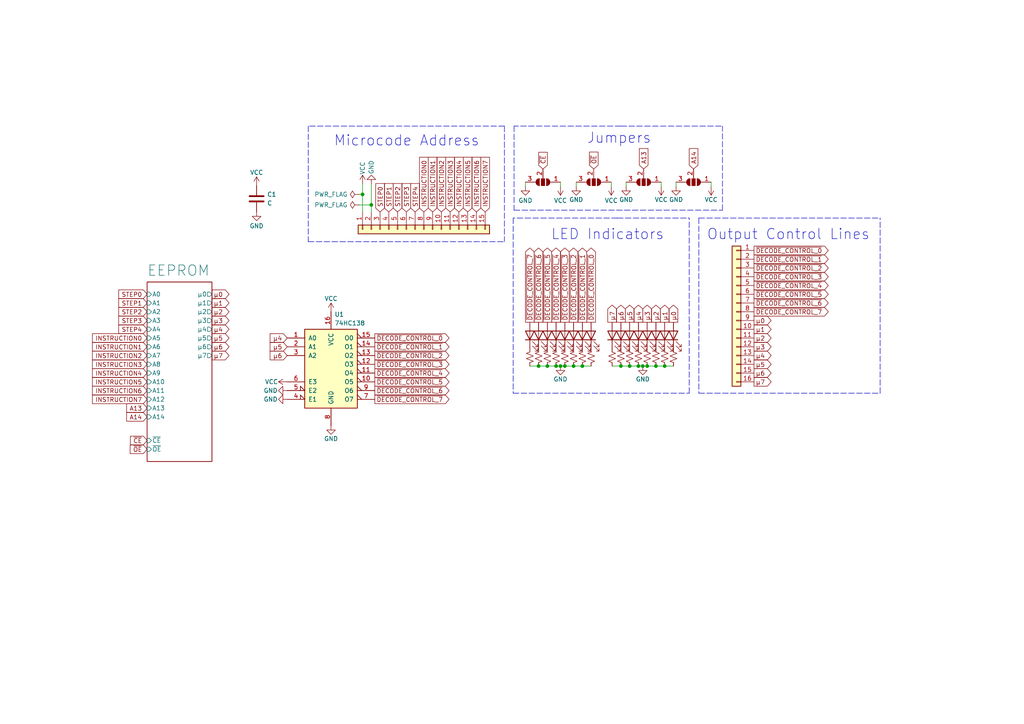
<source format=kicad_sch>
(kicad_sch (version 20211123) (generator eeschema)
  (paper "A4")
  (lib_symbols
    (symbol "74xx:74LS138" (pin_names (offset 1.016))
      (property "Reference" "U" (at -7.62 11.43 0))
      (property "Value" "74LS138" (at -7.62 -13.97 0))
      (symbol "74LS138_1_0"
        (pin input line (at -12.7 7.62 0) (length 5.08) (name "A0") (number "1"))
        (pin output output_low (at 12.7 -5.08 180) (length 5.08) (name "O5") (number "10"))
        (pin output output_low (at 12.7 -2.54 180) (length 5.08) (name "O4") (number "11"))
        (pin output output_low (at 12.7 0 180) (length 5.08) (name "O3") (number "12"))
        (pin output output_low (at 12.7 2.54 180) (length 5.08) (name "O2") (number "13"))
        (pin output output_low (at 12.7 5.08 180) (length 5.08) (name "O1") (number "14"))
        (pin output output_low (at 12.7 7.62 180) (length 5.08) (name "O0") (number "15"))
        (pin power_in line (at 0 15.24 270) (length 5.08) (name "VCC") (number "16"))
        (pin input line (at -12.7 5.08 0) (length 5.08) (name "A1") (number "2"))
        (pin input line (at -12.7 2.54 0) (length 5.08) (name "A2") (number "3"))
        (pin input input_low (at -12.7 -10.16 0) (length 5.08) (name "E1") (number "4"))
        (pin input input_low (at -12.7 -7.62 0) (length 5.08) (name "E2") (number "5"))
        (pin input line (at -12.7 -5.08 0) (length 5.08) (name "E3") (number "6"))
        (pin output output_low (at 12.7 -10.16 180) (length 5.08) (name "O7") (number "7"))
        (pin power_in line (at 0 -17.78 90) (length 5.08) (name "GND") (number "8"))
        (pin output output_low (at 12.7 -7.62 180) (length 5.08) (name "O6") (number "9"))
      )
      (symbol "74LS138_1_1"
        (rectangle (start -7.62 10.16) (end 7.62 -12.7) (stroke (width 0.254)) (fill (type background)))
      )
    )
    (symbol "Connector_Generic:Conn_01x15" (pin_names (offset 1.016) hide)
      (property "Reference" "J" (at 0 20.32 0))
      (property "Value" "Conn_01x15" (at 0 -20.32 0))
      (symbol "Conn_01x15_1_1"
        (rectangle (start -1.27 -17.653) (end 0 -17.907) (stroke (width 0.1524)))
        (rectangle (start -1.27 -15.113) (end 0 -15.367) (stroke (width 0.1524)))
        (rectangle (start -1.27 -12.573) (end 0 -12.827) (stroke (width 0.1524)))
        (rectangle (start -1.27 -10.033) (end 0 -10.287) (stroke (width 0.1524)))
        (rectangle (start -1.27 -7.493) (end 0 -7.747) (stroke (width 0.1524)))
        (rectangle (start -1.27 -4.953) (end 0 -5.207) (stroke (width 0.1524)))
        (rectangle (start -1.27 -2.413) (end 0 -2.667) (stroke (width 0.1524)))
        (rectangle (start -1.27 0.127) (end 0 -0.127) (stroke (width 0.1524)))
        (rectangle (start -1.27 2.667) (end 0 2.413) (stroke (width 0.1524)))
        (rectangle (start -1.27 5.207) (end 0 4.953) (stroke (width 0.1524)))
        (rectangle (start -1.27 7.747) (end 0 7.493) (stroke (width 0.1524)))
        (rectangle (start -1.27 10.287) (end 0 10.033) (stroke (width 0.1524)))
        (rectangle (start -1.27 12.827) (end 0 12.573) (stroke (width 0.1524)))
        (rectangle (start -1.27 15.367) (end 0 15.113) (stroke (width 0.1524)))
        (rectangle (start -1.27 17.907) (end 0 17.653) (stroke (width 0.1524)))
        (rectangle (start -1.27 19.05) (end 1.27 -19.05) (stroke (width 0.254)) (fill (type background)))
        (pin passive line (at -5.08 17.78 0) (length 3.81) (name "Pin_1") (number "1"))
        (pin passive line (at -5.08 -5.08 0) (length 3.81) (name "Pin_10") (number "10"))
        (pin passive line (at -5.08 -7.62 0) (length 3.81) (name "Pin_11") (number "11"))
        (pin passive line (at -5.08 -10.16 0) (length 3.81) (name "Pin_12") (number "12"))
        (pin passive line (at -5.08 -12.7 0) (length 3.81) (name "Pin_13") (number "13"))
        (pin passive line (at -5.08 -15.24 0) (length 3.81) (name "Pin_14") (number "14"))
        (pin passive line (at -5.08 -17.78 0) (length 3.81) (name "Pin_15") (number "15"))
        (pin passive line (at -5.08 15.24 0) (length 3.81) (name "Pin_2") (number "2"))
        (pin passive line (at -5.08 12.7 0) (length 3.81) (name "Pin_3") (number "3"))
        (pin passive line (at -5.08 10.16 0) (length 3.81) (name "Pin_4") (number "4"))
        (pin passive line (at -5.08 7.62 0) (length 3.81) (name "Pin_5") (number "5"))
        (pin passive line (at -5.08 5.08 0) (length 3.81) (name "Pin_6") (number "6"))
        (pin passive line (at -5.08 2.54 0) (length 3.81) (name "Pin_7") (number "7"))
        (pin passive line (at -5.08 0 0) (length 3.81) (name "Pin_8") (number "8"))
        (pin passive line (at -5.08 -2.54 0) (length 3.81) (name "Pin_9") (number "9"))
      )
    )
    (symbol "Connector_Generic:Conn_01x16" (pin_names (offset 1.016) hide)
      (property "Reference" "J" (at 0 20.32 0))
      (property "Value" "Conn_01x16" (at 0 -22.86 0))
      (symbol "Conn_01x16_1_1"
        (rectangle (start -1.27 -20.193) (end 0 -20.447) (stroke (width 0.1524)))
        (rectangle (start -1.27 -17.653) (end 0 -17.907) (stroke (width 0.1524)))
        (rectangle (start -1.27 -15.113) (end 0 -15.367) (stroke (width 0.1524)))
        (rectangle (start -1.27 -12.573) (end 0 -12.827) (stroke (width 0.1524)))
        (rectangle (start -1.27 -10.033) (end 0 -10.287) (stroke (width 0.1524)))
        (rectangle (start -1.27 -7.493) (end 0 -7.747) (stroke (width 0.1524)))
        (rectangle (start -1.27 -4.953) (end 0 -5.207) (stroke (width 0.1524)))
        (rectangle (start -1.27 -2.413) (end 0 -2.667) (stroke (width 0.1524)))
        (rectangle (start -1.27 0.127) (end 0 -0.127) (stroke (width 0.1524)))
        (rectangle (start -1.27 2.667) (end 0 2.413) (stroke (width 0.1524)))
        (rectangle (start -1.27 5.207) (end 0 4.953) (stroke (width 0.1524)))
        (rectangle (start -1.27 7.747) (end 0 7.493) (stroke (width 0.1524)))
        (rectangle (start -1.27 10.287) (end 0 10.033) (stroke (width 0.1524)))
        (rectangle (start -1.27 12.827) (end 0 12.573) (stroke (width 0.1524)))
        (rectangle (start -1.27 15.367) (end 0 15.113) (stroke (width 0.1524)))
        (rectangle (start -1.27 17.907) (end 0 17.653) (stroke (width 0.1524)))
        (rectangle (start -1.27 19.05) (end 1.27 -21.59) (stroke (width 0.254)) (fill (type background)))
        (pin passive line (at -5.08 17.78 0) (length 3.81) (name "Pin_1") (number "1"))
        (pin passive line (at -5.08 -5.08 0) (length 3.81) (name "Pin_10") (number "10"))
        (pin passive line (at -5.08 -7.62 0) (length 3.81) (name "Pin_11") (number "11"))
        (pin passive line (at -5.08 -10.16 0) (length 3.81) (name "Pin_12") (number "12"))
        (pin passive line (at -5.08 -12.7 0) (length 3.81) (name "Pin_13") (number "13"))
        (pin passive line (at -5.08 -15.24 0) (length 3.81) (name "Pin_14") (number "14"))
        (pin passive line (at -5.08 -17.78 0) (length 3.81) (name "Pin_15") (number "15"))
        (pin passive line (at -5.08 -20.32 0) (length 3.81) (name "Pin_16") (number "16"))
        (pin passive line (at -5.08 15.24 0) (length 3.81) (name "Pin_2") (number "2"))
        (pin passive line (at -5.08 12.7 0) (length 3.81) (name "Pin_3") (number "3"))
        (pin passive line (at -5.08 10.16 0) (length 3.81) (name "Pin_4") (number "4"))
        (pin passive line (at -5.08 7.62 0) (length 3.81) (name "Pin_5") (number "5"))
        (pin passive line (at -5.08 5.08 0) (length 3.81) (name "Pin_6") (number "6"))
        (pin passive line (at -5.08 2.54 0) (length 3.81) (name "Pin_7") (number "7"))
        (pin passive line (at -5.08 0 0) (length 3.81) (name "Pin_8") (number "8"))
        (pin passive line (at -5.08 -2.54 0) (length 3.81) (name "Pin_9") (number "9"))
      )
    )
    (symbol "Device:C" (pin_numbers hide) (pin_names (offset 0.254))
      (property "Reference" "C" (at 0.635 2.54 0))
      (property "Value" "C" (at 0.635 -2.54 0))
      (symbol "C_0_1"
        (polyline (pts (xy -2.032 -0.762) (xy 2.032 -0.762)) (stroke (width 0.508)))
        (polyline (pts (xy -2.032 0.762) (xy 2.032 0.762)) (stroke (width 0.508)))
      )
      (symbol "C_1_1"
        (pin passive line (at 0 3.81 270) (length 2.794) (name "~") (number "1"))
        (pin passive line (at 0 -3.81 90) (length 2.794) (name "~") (number "2"))
      )
    )
    (symbol "Device:LED" (pin_numbers hide) (pin_names (offset 1.016) hide)
      (property "Reference" "D" (at 0 2.54 0))
      (property "Value" "LED" (at 0 -2.54 0))
      (symbol "LED_0_1"
        (polyline (pts (xy -1.27 -1.27) (xy -1.27 1.27)) (stroke (width 0.254)))
        (polyline (pts (xy -1.27 0) (xy 1.27 0)))
        (polyline (pts (xy 1.27 -1.27) (xy 1.27 1.27) (xy -1.27 0) (xy 1.27 -1.27)) (stroke (width 0.254)))
        (polyline (pts (xy -3.048 -0.762) (xy -4.572 -2.286) (xy -3.81 -2.286) (xy -4.572 -2.286) (xy -4.572 -1.524)))
        (polyline (pts (xy -1.778 -0.762) (xy -3.302 -2.286) (xy -2.54 -2.286) (xy -3.302 -2.286) (xy -3.302 -1.524)))
      )
      (symbol "LED_1_1"
        (pin passive line (at -3.81 0 0) (length 2.54) (name "K") (number "1"))
        (pin passive line (at 3.81 0 180) (length 2.54) (name "A") (number "2"))
      )
    )
    (symbol "Device:R_Small_US" (pin_numbers hide) (pin_names (offset 0.254) hide)
      (property "Reference" "R" (at 0.762 0.508 0))
      (property "Value" "R_Small_US" (at 0.762 -1.016 0))
      (symbol "R_Small_US_1_1"
        (polyline (pts (xy 0 0) (xy 1.016 -0.381) (xy 0 -0.762) (xy -1.016 -1.143) (xy 0 -1.524)))
        (polyline (pts (xy 0 1.524) (xy 1.016 1.143) (xy 0 0.762) (xy -1.016 0.381) (xy 0 0)))
        (pin passive line (at 0 2.54 270) (length 1.016) (name "~") (number "1"))
        (pin passive line (at 0 -2.54 90) (length 1.016) (name "~") (number "2"))
      )
    )
    (symbol "Jumper:SolderJumper_3_Open" (pin_names (offset 0) hide)
      (property "Reference" "JP" (at -2.54 -2.54 0))
      (property "Value" "SolderJumper_3_Open" (at 0 2.794 0))
      (symbol "SolderJumper_3_Open_0_1"
        (arc (start -1.016 1.016) (mid -2.032 0) (end -1.016 -1.016))
        (arc (start -1.016 1.016) (mid -2.032 0) (end -1.016 -1.016) (fill (type outline)))
        (rectangle (start -0.508 1.016) (end 0.508 -1.016) (fill (type outline)))
        (polyline (pts (xy -2.54 0) (xy -2.032 0)))
        (polyline (pts (xy -1.016 1.016) (xy -1.016 -1.016)))
        (polyline (pts (xy 0 -1.27) (xy 0 -1.016)))
        (polyline (pts (xy 1.016 1.016) (xy 1.016 -1.016)))
        (polyline (pts (xy 2.54 0) (xy 2.032 0)))
        (arc (start 1.016 -1.016) (mid 2.032 0) (end 1.016 1.016))
        (arc (start 1.016 -1.016) (mid 2.032 0) (end 1.016 1.016) (fill (type outline)))
      )
      (symbol "SolderJumper_3_Open_1_1"
        (pin passive line (at -5.08 0 0) (length 2.54) (name "A") (number "1"))
        (pin input line (at 0 -3.81 90) (length 2.54) (name "C") (number "2"))
        (pin passive line (at 5.08 0 180) (length 2.54) (name "B") (number "3"))
      )
    )
    (symbol "power:GND" (power) (pin_names (offset 0))
      (property "Value" "GND" (at 0 -3.81 0))
      (symbol "GND_0_1"
        (polyline (pts (xy 0 0) (xy 0 -1.27) (xy 1.27 -1.27) (xy 0 -2.54) (xy -1.27 -1.27) (xy 0 -1.27)))
      )
      (symbol "GND_1_1"
        (pin power_in line (at 0 0 270) (length 0) hide (name "GND") (number "1"))
      )
    )
    (symbol "power:PWR_FLAG" (power) (pin_numbers hide) (pin_names (offset 0) hide)
      (property "Value" "PWR_FLAG" (at 0 3.81 0))
      (symbol "PWR_FLAG_0_0"
        (pin power_out line (at 0 0 90) (length 0) (name "pwr") (number "1"))
      )
      (symbol "PWR_FLAG_0_1"
        (polyline (pts (xy 0 0) (xy 0 1.27) (xy -1.016 1.905) (xy 0 2.54) (xy 1.016 1.905) (xy 0 1.27)))
      )
    )
    (symbol "power:VCC" (power) (pin_names (offset 0))
      (property "Value" "VCC" (at 0 3.81 0))
      (symbol "VCC_0_1"
        (polyline (pts (xy -0.762 1.27) (xy 0 2.54)))
        (polyline (pts (xy 0 0) (xy 0 2.54)))
        (polyline (pts (xy 0 2.54) (xy 0.762 1.27)))
      )
      (symbol "VCC_1_1"
        (pin power_in line (at 0 0 90) (length 0) hide (name "VCC") (number "1"))
      )
    )
  )
  (junction (at 158.75 106.172))
  (junction (at 161.29 106.172))
  (junction (at 105.156 56.388))
  (junction (at 192.786 106.172))
  (junction (at 187.706 106.172))
  (junction (at 163.83 106.172))
  (junction (at 162.56 106.172))
  (junction (at 190.246 106.172))
  (junction (at 168.91 106.172))
  (junction (at 156.21 106.172))
  (junction (at 107.696 59.436))
  (junction (at 180.086 106.172))
  (junction (at 166.37 106.172))
  (junction (at 186.436 106.172))
  (junction (at 185.166 106.172))
  (junction (at 182.626 106.172))
  (wire (pts (xy 191.77 54.102) (xy 191.77 52.832)))
  (wire (pts (xy 158.75 106.172) (xy 156.21 106.172)))
  (polyline (pts (xy 148.844 63.246) (xy 148.844 114.046)))
  (wire (pts (xy 107.696 59.436) (xy 107.696 61.468)))
  (polyline (pts (xy 199.898 114.046) (xy 199.898 63.246)))
  (polyline (pts (xy 146.304 36.576) (xy 89.408 36.576)))
  (polyline (pts (xy 202.692 114.046) (xy 255.27 114.046)))
  (wire (pts (xy 182.626 106.172) (xy 185.166 106.172)))
  (polyline (pts (xy 149.098 36.576) (xy 149.098 60.96)))
  (polyline (pts (xy 89.408 70.104) (xy 146.304 70.104)))
  (wire (pts (xy 162.56 54.102) (xy 162.56 52.832)))
  (wire (pts (xy 171.45 106.172) (xy 168.91 106.172)))
  (wire (pts (xy 186.436 106.172) (xy 187.706 106.172)))
  (wire (pts (xy 162.56 106.172) (xy 161.29 106.172)))
  (wire (pts (xy 107.696 53.34) (xy 107.696 59.436)))
  (wire (pts (xy 190.246 106.172) (xy 192.786 106.172)))
  (wire (pts (xy 156.21 106.172) (xy 153.67 106.172)))
  (wire (pts (xy 168.91 106.172) (xy 166.37 106.172)))
  (wire (pts (xy 196.088 54.102) (xy 196.088 52.832)))
  (wire (pts (xy 104.14 56.388) (xy 105.156 56.388)))
  (wire (pts (xy 206.248 54.102) (xy 206.248 52.832)))
  (wire (pts (xy 181.61 54.102) (xy 181.61 52.832)))
  (wire (pts (xy 177.292 54.102) (xy 177.292 52.832)))
  (wire (pts (xy 105.156 53.34) (xy 105.156 56.388)))
  (polyline (pts (xy 149.098 60.96) (xy 209.55 60.96)))
  (wire (pts (xy 192.786 106.172) (xy 195.326 106.172)))
  (wire (pts (xy 177.546 106.172) (xy 180.086 106.172)))
  (polyline (pts (xy 146.304 36.576) (xy 146.304 70.104)))
  (polyline (pts (xy 179.07 63.246) (xy 148.844 63.246)))
  (wire (pts (xy 161.29 106.172) (xy 158.75 106.172)))
  (polyline (pts (xy 255.27 114.046) (xy 255.27 63.246)))
  (wire (pts (xy 180.086 106.172) (xy 182.626 106.172)))
  (wire (pts (xy 187.706 106.172) (xy 190.246 106.172)))
  (wire (pts (xy 185.166 106.172) (xy 186.436 106.172)))
  (wire (pts (xy 166.37 106.172) (xy 163.83 106.172)))
  (polyline (pts (xy 89.408 36.576) (xy 89.408 70.104)))
  (polyline (pts (xy 202.692 63.246) (xy 202.692 114.046)))
  (wire (pts (xy 105.156 56.388) (xy 105.156 61.468)))
  (polyline (pts (xy 202.692 63.246) (xy 255.27 63.246)))
  (polyline (pts (xy 148.844 114.046) (xy 199.898 114.046)))
  (polyline (pts (xy 180.086 36.576) (xy 209.55 36.576)))
  (polyline (pts (xy 180.086 36.576) (xy 149.098 36.576)))
  (polyline (pts (xy 209.55 60.96) (xy 209.55 36.576)))
  (polyline (pts (xy 179.07 63.246) (xy 199.898 63.246)))
  (wire (pts (xy 104.14 59.436) (xy 107.696 59.436)))
  (wire (pts (xy 163.83 106.172) (xy 162.56 106.172)))
  (wire (pts (xy 167.132 54.102) (xy 167.132 52.832)))
  (wire (pts (xy 152.4 54.102) (xy 152.4 52.832)))
  (text "Output Control Lines" (at 204.978 69.85 0) (effects (font (size 3 3)) (justify left bottom)))
  (text "Microcode Address" (at 96.774 42.672 0) (effects (font (size 3 3)) (justify left bottom)))
  (text "LED Indicators" (at 159.766 69.85 0) (effects (font (size 3 3)) (justify left bottom)))
  (text "Jumpers" (at 170.18 41.91 0) (effects (font (size 3 3)) (justify left bottom)))
  (global_label "INSTRUCTION4" (shape input) (at 133.096 61.468 90) (property "Intersheet References" "${INTERSHEET_REFS}" (effects hide)))
  (global_label "STEP4" (shape input) (at 42.672 95.504 180) (property "Intersheet References" "${INTERSHEET_REFS}" (effects hide)))
  (global_label "~{DECODE_CONTROL_4}" (shape output) (at 161.29 93.472 90) (property "Intersheet References" "${INTERSHEET_REFS}" (effects hide)))
  (global_label "INSTRUCTION3" (shape input) (at 42.672 105.664 180) (property "Intersheet References" "${INTERSHEET_REFS}" (effects hide)))
  (global_label "~{DECODE_CONTROL_6}" (shape output) (at 108.712 113.284 0) (property "Intersheet References" "${INTERSHEET_REFS}" (effects hide)))
  (global_label "STEP2" (shape input) (at 42.672 90.424 180) (property "Intersheet References" "${INTERSHEET_REFS}" (effects hide)))
  (global_label "μ5" (shape input) (at 83.312 100.584 180) (property "Intersheet References" "${INTERSHEET_REFS}" (effects hide)))
  (global_label "μ6" (shape output) (at 61.468 100.584 0) (property "Intersheet References" "${INTERSHEET_REFS}" (effects hide)))
  (global_label "INSTRUCTION5" (shape input) (at 135.636 61.468 90) (property "Intersheet References" "${INTERSHEET_REFS}" (effects hide)))
  (global_label "INSTRUCTION2" (shape input) (at 42.672 103.124 180) (property "Intersheet References" "${INTERSHEET_REFS}" (effects hide)))
  (global_label "~{DECODE_CONTROL_3}" (shape output) (at 163.83 93.472 90) (property "Intersheet References" "${INTERSHEET_REFS}" (effects hide)))
  (global_label "~{CE}" (shape input) (at 157.48 49.022 90) (property "Intersheet References" "${INTERSHEET_REFS}" (effects hide)))
  (global_label "~{DECODE_CONTROL_7}" (shape output) (at 218.694 90.424 0) (property "Intersheet References" "${INTERSHEET_REFS}" (effects hide)))
  (global_label "STEP3" (shape input) (at 117.856 61.468 90) (property "Intersheet References" "${INTERSHEET_REFS}" (effects hide)))
  (global_label "μ0" (shape output) (at 218.694 92.964 0) (property "Intersheet References" "${INTERSHEET_REFS}" (effects hide)))
  (global_label "μ6" (shape input) (at 83.312 103.124 180) (property "Intersheet References" "${INTERSHEET_REFS}" (effects hide)))
  (global_label "μ4" (shape input) (at 83.312 98.044 180) (property "Intersheet References" "${INTERSHEET_REFS}" (effects hide)))
  (global_label "STEP1" (shape input) (at 112.776 61.468 90) (property "Intersheet References" "${INTERSHEET_REFS}" (effects hide)))
  (global_label "μ0" (shape output) (at 195.326 93.472 90) (property "Intersheet References" "${INTERSHEET_REFS}" (effects hide)))
  (global_label "INSTRUCTION2" (shape input) (at 128.016 61.468 90) (property "Intersheet References" "${INTERSHEET_REFS}" (effects hide)))
  (global_label "~{DECODE_CONTROL_5}" (shape output) (at 158.75 93.472 90) (property "Intersheet References" "${INTERSHEET_REFS}" (effects hide)))
  (global_label "~{DECODE_CONTROL_2}" (shape output) (at 166.37 93.472 90) (property "Intersheet References" "${INTERSHEET_REFS}" (effects hide)))
  (global_label "~{DECODE_CONTROL_4}" (shape output) (at 218.694 82.804 0) (property "Intersheet References" "${INTERSHEET_REFS}" (effects hide)))
  (global_label "μ6" (shape output) (at 218.694 108.204 0) (property "Intersheet References" "${INTERSHEET_REFS}" (effects hide)))
  (global_label "~{DECODE_CONTROL_0}" (shape output) (at 171.45 93.472 90) (property "Intersheet References" "${INTERSHEET_REFS}" (effects hide)))
  (global_label "~{DECODE_CONTROL_1}" (shape output) (at 108.712 100.584 0) (property "Intersheet References" "${INTERSHEET_REFS}" (effects hide)))
  (global_label "μ7" (shape output) (at 218.694 110.744 0) (property "Intersheet References" "${INTERSHEET_REFS}" (effects hide)))
  (global_label "μ7" (shape output) (at 61.468 103.124 0) (property "Intersheet References" "${INTERSHEET_REFS}" (effects hide)))
  (global_label "μ7" (shape output) (at 177.546 93.472 90) (property "Intersheet References" "${INTERSHEET_REFS}" (effects hide)))
  (global_label "μ3" (shape output) (at 61.468 92.964 0) (property "Intersheet References" "${INTERSHEET_REFS}" (effects hide)))
  (global_label "μ5" (shape output) (at 218.694 105.664 0) (property "Intersheet References" "${INTERSHEET_REFS}" (effects hide)))
  (global_label "A14" (shape input) (at 201.168 49.022 90) (property "Intersheet References" "${INTERSHEET_REFS}" (effects hide)))
  (global_label "~{DECODE_CONTROL_6}" (shape output) (at 218.694 87.884 0) (property "Intersheet References" "${INTERSHEET_REFS}" (effects hide)))
  (global_label "~{OE}" (shape input) (at 172.212 49.022 90) (property "Intersheet References" "${INTERSHEET_REFS}" (effects hide)))
  (global_label "INSTRUCTION5" (shape input) (at 42.672 110.744 180) (property "Intersheet References" "${INTERSHEET_REFS}" (effects hide)))
  (global_label "~{DECODE_CONTROL_5}" (shape output) (at 108.712 110.744 0) (property "Intersheet References" "${INTERSHEET_REFS}" (effects hide)))
  (global_label "A13" (shape input) (at 42.672 118.364 180) (property "Intersheet References" "${INTERSHEET_REFS}" (effects hide)))
  (global_label "~{DECODE_CONTROL_2}" (shape output) (at 218.694 77.724 0) (property "Intersheet References" "${INTERSHEET_REFS}" (effects hide)))
  (global_label "μ2" (shape output) (at 61.468 90.424 0) (property "Intersheet References" "${INTERSHEET_REFS}" (effects hide)))
  (global_label "~{DECODE_CONTROL_7}" (shape output) (at 153.67 93.472 90) (property "Intersheet References" "${INTERSHEET_REFS}" (effects hide)))
  (global_label "μ1" (shape output) (at 218.694 95.504 0) (property "Intersheet References" "${INTERSHEET_REFS}" (effects hide)))
  (global_label "A13" (shape input) (at 186.69 49.022 90) (property "Intersheet References" "${INTERSHEET_REFS}" (effects hide)))
  (global_label "INSTRUCTION1" (shape input) (at 125.476 61.468 90) (property "Intersheet References" "${INTERSHEET_REFS}" (effects hide)))
  (global_label "μ1" (shape output) (at 61.468 87.884 0) (property "Intersheet References" "${INTERSHEET_REFS}" (effects hide)))
  (global_label "INSTRUCTION0" (shape input) (at 42.672 98.044 180) (property "Intersheet References" "${INTERSHEET_REFS}" (effects hide)))
  (global_label "μ2" (shape output) (at 218.694 98.044 0) (property "Intersheet References" "${INTERSHEET_REFS}" (effects hide)))
  (global_label "INSTRUCTION7" (shape input) (at 42.672 115.824 180) (property "Intersheet References" "${INTERSHEET_REFS}" (effects hide)))
  (global_label "~{OE}" (shape input) (at 42.672 130.302 180) (property "Intersheet References" "${INTERSHEET_REFS}" (effects hide)))
  (global_label "~{DECODE_CONTROL_4}" (shape output) (at 108.712 108.204 0) (property "Intersheet References" "${INTERSHEET_REFS}" (effects hide)))
  (global_label "INSTRUCTION4" (shape input) (at 42.672 108.204 180) (property "Intersheet References" "${INTERSHEET_REFS}" (effects hide)))
  (global_label "~{DECODE_CONTROL_3}" (shape output) (at 218.694 80.264 0) (property "Intersheet References" "${INTERSHEET_REFS}" (effects hide)))
  (global_label "~{DECODE_CONTROL_6}" (shape output) (at 156.21 93.472 90) (property "Intersheet References" "${INTERSHEET_REFS}" (effects hide)))
  (global_label "μ5" (shape output) (at 182.626 93.472 90) (property "Intersheet References" "${INTERSHEET_REFS}" (effects hide)))
  (global_label "~{DECODE_CONTROL_0}" (shape output) (at 218.694 72.644 0) (property "Intersheet References" "${INTERSHEET_REFS}" (effects hide)))
  (global_label "A14" (shape input) (at 42.672 120.904 180) (property "Intersheet References" "${INTERSHEET_REFS}" (effects hide)))
  (global_label "~{DECODE_CONTROL_5}" (shape output) (at 218.694 85.344 0) (property "Intersheet References" "${INTERSHEET_REFS}" (effects hide)))
  (global_label "~{DECODE_CONTROL_3}" (shape output) (at 108.712 105.664 0) (property "Intersheet References" "${INTERSHEET_REFS}" (effects hide)))
  (global_label "STEP0" (shape input) (at 42.672 85.344 180) (property "Intersheet References" "${INTERSHEET_REFS}" (effects hide)))
  (global_label "INSTRUCTION0" (shape input) (at 122.936 61.468 90) (property "Intersheet References" "${INTERSHEET_REFS}" (effects hide)))
  (global_label "~{DECODE_CONTROL_7}" (shape output) (at 108.712 115.824 0) (property "Intersheet References" "${INTERSHEET_REFS}" (effects hide)))
  (global_label "~{CE}" (shape input) (at 42.672 127.762 180) (property "Intersheet References" "${INTERSHEET_REFS}" (effects hide)))
  (global_label "μ5" (shape output) (at 61.468 98.044 0) (property "Intersheet References" "${INTERSHEET_REFS}" (effects hide)))
  (global_label "INSTRUCTION1" (shape input) (at 42.672 100.584 180) (property "Intersheet References" "${INTERSHEET_REFS}" (effects hide)))
  (global_label "INSTRUCTION3" (shape input) (at 130.556 61.468 90) (property "Intersheet References" "${INTERSHEET_REFS}" (effects hide)))
  (global_label "μ1" (shape output) (at 192.786 93.472 90) (property "Intersheet References" "${INTERSHEET_REFS}" (effects hide)))
  (global_label "μ2" (shape output) (at 190.246 93.472 90) (property "Intersheet References" "${INTERSHEET_REFS}" (effects hide)))
  (global_label "STEP4" (shape input) (at 120.396 61.468 90) (property "Intersheet References" "${INTERSHEET_REFS}" (effects hide)))
  (global_label "μ4" (shape output) (at 218.694 103.124 0) (property "Intersheet References" "${INTERSHEET_REFS}" (effects hide)))
  (global_label "~{DECODE_CONTROL_2}" (shape output) (at 108.712 103.124 0) (property "Intersheet References" "${INTERSHEET_REFS}" (effects hide)))
  (global_label "~{DECODE_CONTROL_1}" (shape output) (at 168.91 93.472 90) (property "Intersheet References" "${INTERSHEET_REFS}" (effects hide)))
  (global_label "μ4" (shape output) (at 185.166 93.472 90) (property "Intersheet References" "${INTERSHEET_REFS}" (effects hide)))
  (global_label "INSTRUCTION7" (shape input) (at 140.716 61.468 90) (property "Intersheet References" "${INTERSHEET_REFS}" (effects hide)))
  (global_label "μ6" (shape output) (at 180.086 93.472 90) (property "Intersheet References" "${INTERSHEET_REFS}" (effects hide)))
  (global_label "μ3" (shape output) (at 187.706 93.472 90) (property "Intersheet References" "${INTERSHEET_REFS}" (effects hide)))
  (global_label "μ4" (shape output) (at 61.468 95.504 0) (property "Intersheet References" "${INTERSHEET_REFS}" (effects hide)))
  (global_label "STEP2" (shape input) (at 115.316 61.468 90) (property "Intersheet References" "${INTERSHEET_REFS}" (effects hide)))
  (global_label "STEP0" (shape input) (at 110.236 61.468 90) (property "Intersheet References" "${INTERSHEET_REFS}" (effects hide)))
  (global_label "STEP3" (shape input) (at 42.672 92.964 180) (property "Intersheet References" "${INTERSHEET_REFS}" (effects hide)))
  (global_label "μ3" (shape output) (at 218.694 100.584 0) (property "Intersheet References" "${INTERSHEET_REFS}" (effects hide)))
  (global_label "STEP1" (shape input) (at 42.672 87.884 180) (property "Intersheet References" "${INTERSHEET_REFS}" (effects hide)))
  (global_label "~{DECODE_CONTROL_1}" (shape output) (at 218.694 75.184 0) (property "Intersheet References" "${INTERSHEET_REFS}" (effects hide)))
  (global_label "μ0" (shape output) (at 61.468 85.344 0) (property "Intersheet References" "${INTERSHEET_REFS}" (effects hide)))
  (global_label "INSTRUCTION6" (shape input) (at 42.672 113.284 180) (property "Intersheet References" "${INTERSHEET_REFS}" (effects hide)))
  (global_label "~{DECODE_CONTROL_0}" (shape output) (at 108.712 98.044 0) (property "Intersheet References" "${INTERSHEET_REFS}" (effects hide)))
  (global_label "INSTRUCTION6" (shape input) (at 138.176 61.468 90) (property "Intersheet References" "${INTERSHEET_REFS}" (effects hide)))
  (symbol (lib_id "power:GND") (at 181.61 54.102 0) (unit 1)
    (property "Reference" "#PWR015" (effects hide))
    (property "Value" "GND" (at 181.61 57.912 0))
  )
  (symbol (lib_id "Device:R_Small_US") (at 171.45 103.632 0) (mirror y) (unit 1)
    (property "Reference" "R8" (effects hide))
    (property "Value" "R_Small_US" (effects hide))
    (property "Footprint" "Resistor_SMD:R_0805_2012Metric" (effects hide))
  )
  (symbol (lib_id "power:PWR_FLAG") (at 104.14 56.388 90) (unit 1)
    (property "Reference" "#FLG01" (effects hide))
    (property "Value" "PWR_FLAG" (at 100.838 56.3879 90) (effects (justify left)))
  )
  (symbol (lib_id "Device:LED") (at 163.83 97.282 90) (unit 1)
    (property "Reference" "D5" (effects hide))
    (property "Value" "LED" (effects hide))
    (property "Footprint" "LED_SMD:LED_0805_2012Metric" (effects hide))
  )
  (symbol (lib_id "Device:LED") (at 185.166 97.282 90) (unit 1)
    (property "Reference" "D12" (effects hide))
    (property "Value" "LED" (effects hide))
    (property "Footprint" "LED_SMD:LED_0805_2012Metric" (effects hide))
  )
  (symbol (lib_id "Device:LED") (at 161.29 97.282 90) (unit 1)
    (property "Reference" "D4" (effects hide))
    (property "Value" "LED" (effects hide))
    (property "Footprint" "LED_SMD:LED_0805_2012Metric" (effects hide))
  )
  (symbol (lib_id "Device:R_Small_US") (at 163.83 103.632 0) (mirror y) (unit 1)
    (property "Reference" "R5" (effects hide))
    (property "Value" "R_Small_US" (effects hide))
    (property "Footprint" "Resistor_SMD:R_0805_2012Metric" (effects hide))
  )
  (symbol (lib_id "Device:LED") (at 156.21 97.282 90) (unit 1)
    (property "Reference" "D2" (effects hide))
    (property "Value" "LED" (effects hide))
    (property "Footprint" "LED_SMD:LED_0805_2012Metric" (effects hide))
  )
  (symbol (lib_id "Jumper:SolderJumper_3_Open") (at 172.212 52.832 180) (unit 1)
    (property "Reference" "JP2" (effects hide))
    (property "Value" "~{OE}" (effects hide))
    (property "Footprint" "Jumper:SolderJumper-3_P1.3mm_Open_RoundedPad1.0x1.5mm" (effects hide))
  )
  (symbol (lib_id "Device:R_Small_US") (at 192.786 103.632 0) (unit 1)
    (property "Reference" "R15" (effects hide))
    (property "Value" "R_Small_US" (effects hide))
    (property "Footprint" "Resistor_SMD:R_0805_2012Metric" (effects hide))
  )
  (symbol (lib_id "Device:R_Small_US") (at 190.246 103.632 0) (unit 1)
    (property "Reference" "R14" (effects hide))
    (property "Value" "R_Small_US" (effects hide))
    (property "Footprint" "Resistor_SMD:R_0805_2012Metric" (effects hide))
  )
  (symbol (lib_id "power:VCC") (at 206.248 54.102 180) (unit 1)
    (property "Reference" "#PWR019" (effects hide))
    (property "Value" "VCC" (at 206.248 57.912 0))
  )
  (symbol (lib_id "Device:LED") (at 177.546 97.282 90) (unit 1)
    (property "Reference" "D9" (effects hide))
    (property "Value" "LED" (effects hide))
    (property "Footprint" "LED_SMD:LED_0805_2012Metric" (effects hide))
  )
  (symbol (lib_id "Device:R_Small_US") (at 177.546 103.632 0) (unit 1)
    (property "Reference" "R9" (effects hide))
    (property "Value" "R_Small_US" (effects hide))
    (property "Footprint" "Resistor_SMD:R_0805_2012Metric" (effects hide))
  )
  (symbol (lib_id "Connector_Generic:Conn_01x15") (at 122.936 66.548 90) (mirror x) (unit 1)
    (property "Reference" "J1" (effects hide))
    (property "Value" "Conn_01x15" (effects hide))
    (property "Footprint" "Connector_PinHeader_2.54mm:PinHeader_1x15_P2.54mm_Vertical" (effects hide))
  )
  (symbol (lib_id "Device:R_Small_US") (at 168.91 103.632 0) (mirror y) (unit 1)
    (property "Reference" "R7" (effects hide))
    (property "Value" "R_Small_US" (effects hide))
    (property "Footprint" "Resistor_SMD:R_0805_2012Metric" (effects hide))
  )
  (symbol (lib_id "Device:LED") (at 168.91 97.282 90) (unit 1)
    (property "Reference" "D7" (effects hide))
    (property "Value" "LED" (effects hide))
    (property "Footprint" "LED_SMD:LED_0805_2012Metric" (effects hide))
  )
  (symbol (lib_id "power:VCC") (at 105.156 53.34 0) (unit 1)
    (property "Reference" "#PWR08" (effects hide))
    (property "Value" "VCC" (at 105.156 48.768 90))
  )
  (symbol (lib_id "Jumper:SolderJumper_3_Open") (at 157.48 52.832 180) (unit 1)
    (property "Reference" "JP1" (effects hide))
    (property "Value" "~{CE}" (effects hide))
    (property "Footprint" "Jumper:SolderJumper-3_P1.3mm_Open_RoundedPad1.0x1.5mm" (effects hide))
  )
  (symbol (lib_id "power:GND") (at 96.012 123.444 0) (unit 1)
    (property "Reference" "#PWR07" (effects hide))
    (property "Value" "GND" (at 96.012 127.254 0))
  )
  (symbol (lib_id "power:VCC") (at 177.292 54.102 180) (unit 1)
    (property "Reference" "#PWR014" (effects hide))
    (property "Value" "VCC" (at 177.292 58.166 0))
  )
  (symbol (lib_id "Device:LED") (at 195.326 97.282 90) (unit 1)
    (property "Reference" "D16" (effects hide))
    (property "Value" "LED" (effects hide))
    (property "Footprint" "LED_SMD:LED_0805_2012Metric" (effects hide))
  )
  (symbol (lib_id "Device:R_Small_US") (at 187.706 103.632 0) (unit 1)
    (property "Reference" "R13" (effects hide))
    (property "Value" "R_Small_US" (effects hide))
    (property "Footprint" "Resistor_SMD:R_0805_2012Metric" (effects hide))
  )
  (symbol (lib_id "Device:R_Small_US") (at 153.67 103.632 0) (mirror y) (unit 1)
    (property "Reference" "R1" (effects hide))
    (property "Value" "R_Small_US" (effects hide))
    (property "Footprint" "Resistor_SMD:R_0805_2012Metric" (effects hide))
  )
  (symbol (lib_id "power:VCC") (at 191.77 54.102 180) (unit 1)
    (property "Reference" "#PWR017" (effects hide))
    (property "Value" "VCC" (at 191.77 57.912 0))
  )
  (symbol (lib_id "Device:R_Small_US") (at 166.37 103.632 0) (mirror y) (unit 1)
    (property "Reference" "R6" (effects hide))
    (property "Value" "R_Small_US" (effects hide))
    (property "Footprint" "Resistor_SMD:R_0805_2012Metric" (effects hide))
  )
  (symbol (lib_id "power:GND") (at 162.56 106.172 0) (mirror y) (unit 1)
    (property "Reference" "#PWR012" (effects hide))
    (property "Value" "GND" (at 162.56 109.982 0))
  )
  (symbol (lib_id "power:PWR_FLAG") (at 104.14 59.436 90) (unit 1)
    (property "Reference" "#FLG02" (effects hide))
    (property "Value" "PWR_FLAG" (at 100.838 59.4359 90) (effects (justify left)))
  )
  (symbol (lib_id "Jumper:SolderJumper_3_Open") (at 186.69 52.832 180) (unit 1)
    (property "Reference" "JP3" (effects hide))
    (property "Value" "A13" (effects hide))
    (property "Footprint" "Jumper:SolderJumper-3_P1.3mm_Open_RoundedPad1.0x1.5mm" (effects hide))
  )
  (symbol (lib_id "Device:R_Small_US") (at 185.166 103.632 0) (unit 1)
    (property "Reference" "R12" (effects hide))
    (property "Value" "R_Small_US" (effects hide))
    (property "Footprint" "Resistor_SMD:R_0805_2012Metric" (effects hide))
  )
  (symbol (lib_id "power:GND") (at 186.436 106.172 0) (unit 1)
    (property "Reference" "#PWR016" (effects hide))
    (property "Value" "GND" (at 186.436 109.982 0))
  )
  (symbol (lib_id "power:GND") (at 196.088 54.102 0) (unit 1)
    (property "Reference" "#PWR018" (effects hide))
    (property "Value" "GND" (at 196.088 57.912 0))
  )
  (symbol (lib_id "Device:R_Small_US") (at 182.626 103.632 0) (unit 1)
    (property "Reference" "R11" (effects hide))
    (property "Value" "R_Small_US" (effects hide))
    (property "Footprint" "Resistor_SMD:R_0805_2012Metric" (effects hide))
  )
  (symbol (lib_id "Device:LED") (at 180.086 97.282 90) (unit 1)
    (property "Reference" "D10" (effects hide))
    (property "Value" "LED" (effects hide))
    (property "Footprint" "LED_SMD:LED_0805_2012Metric" (effects hide))
  )
  (symbol (lib_id "Device:C") (at 74.422 57.658 0) (unit 1)
    (property "Reference" "C1" (at 77.47 56.3879 0) (effects (justify left)))
    (property "Value" "C" (at 77.47 58.9279 0) (effects (justify left)))
    (property "Footprint" "Capacitor_SMD:C_0805_2012Metric" (effects hide))
  )
  (symbol (lib_id "power:GND") (at 152.4 54.102 0) (unit 1)
    (property "Reference" "#PWR010" (effects hide))
    (property "Value" "GND" (at 152.4 58.166 0))
  )
  (symbol (lib_id "Device:LED") (at 192.786 97.282 90) (unit 1)
    (property "Reference" "D15" (effects hide))
    (property "Value" "LED" (effects hide))
    (property "Footprint" "LED_SMD:LED_0805_2012Metric" (effects hide))
  )
  (symbol (lib_id "power:VCC") (at 96.012 90.424 0) (unit 1)
    (property "Reference" "#PWR06" (effects hide))
    (property "Value" "VCC" (at 96.012 86.614 0))
  )
  (symbol (lib_id "Device:LED") (at 182.626 97.282 90) (unit 1)
    (property "Reference" "D11" (effects hide))
    (property "Value" "LED" (effects hide))
    (property "Footprint" "LED_SMD:LED_0805_2012Metric" (effects hide))
  )
  (symbol (lib_id "Device:LED") (at 153.67 97.282 90) (unit 1)
    (property "Reference" "D1" (effects hide))
    (property "Value" "LED" (effects hide))
    (property "Footprint" "LED_SMD:LED_0805_2012Metric" (effects hide))
  )
  (symbol (lib_id "Device:R_Small_US") (at 180.086 103.632 0) (unit 1)
    (property "Reference" "R10" (effects hide))
    (property "Value" "R_Small_US" (effects hide))
    (property "Footprint" "Resistor_SMD:R_0805_2012Metric" (effects hide))
  )
  (symbol (lib_id "Connector_Generic:Conn_01x16") (at 213.614 90.424 0) (mirror y) (unit 1)
    (property "Reference" "J2" (effects hide))
    (property "Value" "Conn_01x16" (effects hide))
    (property "Footprint" "Connector_PinHeader_2.54mm:PinHeader_1x16_P2.54mm_Vertical" (effects hide))
  )
  (symbol (lib_id "power:GND") (at 107.696 53.34 180) (unit 1)
    (property "Reference" "#PWR09" (effects hide))
    (property "Value" "GND" (at 107.696 48.514 90))
  )
  (symbol (lib_id "power:GND") (at 167.132 54.102 0) (unit 1)
    (property "Reference" "#PWR013" (effects hide))
    (property "Value" "GND" (at 167.132 57.912 0))
  )
  (symbol (lib_id "Device:LED") (at 166.37 97.282 90) (unit 1)
    (property "Reference" "D6" (effects hide))
    (property "Value" "LED" (effects hide))
    (property "Footprint" "LED_SMD:LED_0805_2012Metric" (effects hide))
  )
  (symbol (lib_id "74xx:74LS138") (at 96.012 105.664 0) (unit 1)
    (property "Reference" "U1" (at 97.028 91.186 0) (effects (justify left)))
    (property "Value" "74HC138" (at 97.028 93.726 0) (effects (justify left)))
    (property "Footprint" "Package_SO:TSSOP-16_4.4x5mm_P0.65mm" (effects hide))
    (property "Datasheet" "http://www.ti.com/lit/gpn/sn74LS138" (effects hide))
  )
  (symbol (lib_id "Device:LED") (at 187.706 97.282 90) (unit 1)
    (property "Reference" "D13" (effects hide))
    (property "Value" "LED" (effects hide))
    (property "Footprint" "LED_SMD:LED_0805_2012Metric" (effects hide))
  )
  (symbol (lib_id "Device:R_Small_US") (at 156.21 103.632 0) (mirror y) (unit 1)
    (property "Reference" "R2" (effects hide))
    (property "Value" "R_Small_US" (effects hide))
    (property "Footprint" "Resistor_SMD:R_0805_2012Metric" (effects hide))
  )
  (symbol (lib_id "Device:R_Small_US") (at 161.29 103.632 0) (mirror y) (unit 1)
    (property "Reference" "R4" (effects hide))
    (property "Value" "R_Small_US" (effects hide))
    (property "Footprint" "Resistor_SMD:R_0805_2012Metric" (effects hide))
  )
  (symbol (lib_id "power:GND") (at 74.422 61.468 0) (unit 1)
    (property "Reference" "#PWR02" (effects hide))
    (property "Value" "GND" (at 74.422 65.532 0))
  )
  (symbol (lib_id "Device:LED") (at 158.75 97.282 90) (unit 1)
    (property "Reference" "D3" (effects hide))
    (property "Value" "LED" (effects hide))
    (property "Footprint" "LED_SMD:LED_0805_2012Metric" (effects hide))
  )
  (symbol (lib_id "power:VCC") (at 162.56 54.102 180) (unit 1)
    (property "Reference" "#PWR011" (effects hide))
    (property "Value" "VCC" (at 162.56 58.166 0))
  )
  (symbol (lib_id "Device:LED") (at 171.45 97.282 90) (unit 1)
    (property "Reference" "D8" (effects hide))
    (property "Value" "LED" (effects hide))
    (property "Footprint" "LED_SMD:LED_0805_2012Metric" (effects hide))
  )
  (symbol (lib_id "Device:R_Small_US") (at 195.326 103.632 0) (unit 1)
    (property "Reference" "R16" (effects hide))
    (property "Value" "R_Small_US" (effects hide))
    (property "Footprint" "Resistor_SMD:R_0805_2012Metric" (effects hide))
  )
  (symbol (lib_id "Device:R_Small_US") (at 158.75 103.632 0) (mirror y) (unit 1)
    (property "Reference" "R3" (effects hide))
    (property "Value" "R_Small_US" (effects hide))
    (property "Footprint" "Resistor_SMD:R_0805_2012Metric" (effects hide))
  )
  (symbol (lib_id "power:GND") (at 83.312 115.824 270) (unit 1)
    (property "Reference" "#PWR05" (effects hide))
    (property "Value" "GND" (at 78.486 115.824 90))
  )
  (symbol (lib_id "Jumper:SolderJumper_3_Open") (at 201.168 52.832 180) (unit 1)
    (property "Reference" "JP4" (effects hide))
    (property "Value" "A14" (effects hide))
    (property "Footprint" "Jumper:SolderJumper-3_P1.3mm_Open_RoundedPad1.0x1.5mm" (effects hide))
  )
  (symbol (lib_id "power:VCC") (at 74.422 53.848 0) (unit 1)
    (property "Reference" "#PWR01" (effects hide))
    (property "Value" "VCC" (at 74.422 50.038 0))
  )
  (symbol (lib_id "power:VCC") (at 83.312 110.744 90) (unit 1)
    (property "Reference" "#PWR03" (effects hide))
    (property "Value" "VCC" (at 78.74 110.744 90))
  )
  (symbol (lib_id "Device:LED") (at 190.246 97.282 90) (unit 1)
    (property "Reference" "D14" (effects hide))
    (property "Value" "LED" (effects hide))
    (property "Footprint" "LED_SMD:LED_0805_2012Metric" (effects hide))
  )
  (symbol (lib_id "power:GND") (at 83.312 113.284 270) (unit 1)
    (property "Reference" "#PWR04" (effects hide))
    (property "Value" "GND" (at 78.486 113.284 90))
  )
  (sheet (at 42.672 81.788) (size 18.796 52.07) (stroke (width 0.1524))
    (property "Sheet name" "EEPROM" (at 42.672 80.2114 0) (effects (font (size 3 3)) (justify left bottom)))
    (property "Sheet file" "eeprom-microcode.kicad_sch" (effects hide))
    (pin "A2" input (at 42.672 90.424 180))
    (pin "A3" input (at 42.672 92.964 180))
    (pin "A1" input (at 42.672 87.884 180))
    (pin "A0" input (at 42.672 85.344 180))
    (pin "A14" input (at 42.672 120.904 180))
    (pin "A12" input (at 42.672 115.824 180))
    (pin "A7" input (at 42.672 103.124 180))
    (pin "A13" input (at 42.672 118.364 180))
    (pin "A6" input (at 42.672 100.584 180))
    (pin "A4" input (at 42.672 95.504 180))
    (pin "A5" input (at 42.672 98.044 180))
    (pin "μ0" output (at 61.468 85.344 0))
    (pin "A11" input (at 42.672 113.284 180))
    (pin "A10" input (at 42.672 110.744 180))
    (pin "A8" input (at 42.672 105.664 180))
    (pin "A9" input (at 42.672 108.204 180))
    (pin "~{OE}" input (at 42.672 130.302 180))
    (pin "~{CE}" input (at 42.672 127.762 180))
    (pin "μ7" output (at 61.468 103.124 0))
    (pin "μ6" output (at 61.468 100.584 0))
    (pin "μ2" output (at 61.468 90.424 0))
    (pin "μ5" output (at 61.468 98.044 0))
    (pin "μ1" output (at 61.468 87.884 0))
    (pin "μ4" output (at 61.468 95.504 0))
    (pin "μ3" output (at 61.468 92.964 0))
  )
)
</source>
